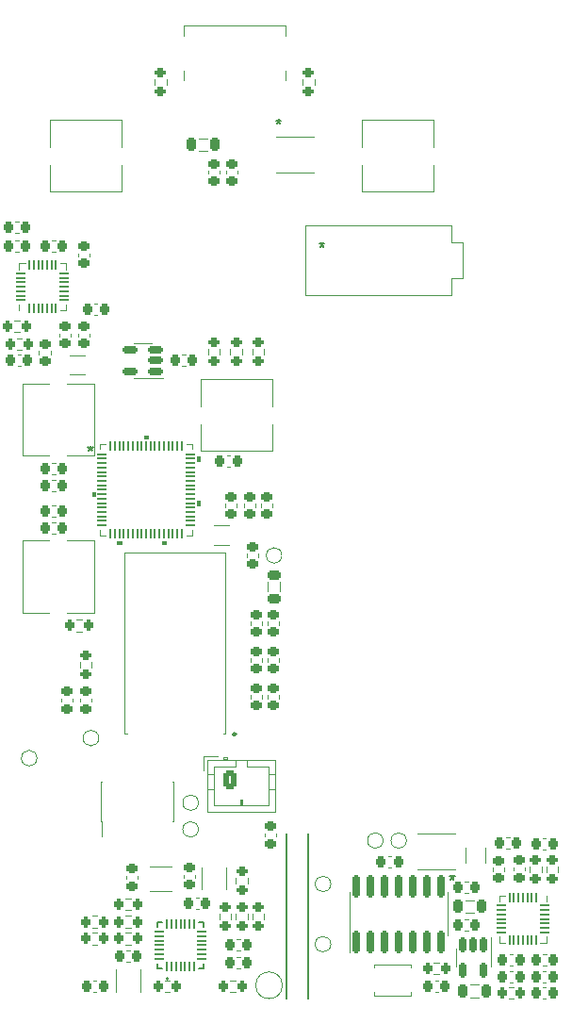
<source format=gbr>
%TF.GenerationSoftware,KiCad,Pcbnew,(6.0.4)*%
%TF.CreationDate,2022-05-12T22:03:53-04:00*%
%TF.ProjectId,Mouse V1,4d6f7573-6520-4563-912e-6b696361645f,V2.0*%
%TF.SameCoordinates,Original*%
%TF.FileFunction,Legend,Top*%
%TF.FilePolarity,Positive*%
%FSLAX46Y46*%
G04 Gerber Fmt 4.6, Leading zero omitted, Abs format (unit mm)*
G04 Created by KiCad (PCBNEW (6.0.4)) date 2022-05-12 22:03:53*
%MOMM*%
%LPD*%
G01*
G04 APERTURE LIST*
G04 Aperture macros list*
%AMRoundRect*
0 Rectangle with rounded corners*
0 $1 Rounding radius*
0 $2 $3 $4 $5 $6 $7 $8 $9 X,Y pos of 4 corners*
0 Add a 4 corners polygon primitive as box body*
4,1,4,$2,$3,$4,$5,$6,$7,$8,$9,$2,$3,0*
0 Add four circle primitives for the rounded corners*
1,1,$1+$1,$2,$3*
1,1,$1+$1,$4,$5*
1,1,$1+$1,$6,$7*
1,1,$1+$1,$8,$9*
0 Add four rect primitives between the rounded corners*
20,1,$1+$1,$2,$3,$4,$5,0*
20,1,$1+$1,$4,$5,$6,$7,0*
20,1,$1+$1,$6,$7,$8,$9,0*
20,1,$1+$1,$8,$9,$2,$3,0*%
G04 Aperture macros list end*
%ADD10C,0.150000*%
%ADD11C,0.120000*%
%ADD12C,0.127000*%
%ADD13C,0.200000*%
%ADD14C,0.100000*%
%ADD15C,0.239605*%
%ADD16RoundRect,0.225000X-0.250000X0.225000X-0.250000X-0.225000X0.250000X-0.225000X0.250000X0.225000X0*%
%ADD17R,0.740000X2.400000*%
%ADD18RoundRect,0.218750X0.218750X0.256250X-0.218750X0.256250X-0.218750X-0.256250X0.218750X-0.256250X0*%
%ADD19RoundRect,0.225000X0.225000X0.250000X-0.225000X0.250000X-0.225000X-0.250000X0.225000X-0.250000X0*%
%ADD20C,1.000000*%
%ADD21RoundRect,0.200000X0.200000X0.275000X-0.200000X0.275000X-0.200000X-0.275000X0.200000X-0.275000X0*%
%ADD22C,1.701800*%
%ADD23RoundRect,0.200000X-0.275000X0.200000X-0.275000X-0.200000X0.275000X-0.200000X0.275000X0.200000X0*%
%ADD24RoundRect,0.200000X-0.200000X-0.275000X0.200000X-0.275000X0.200000X0.275000X-0.200000X0.275000X0*%
%ADD25RoundRect,0.150000X0.512500X0.150000X-0.512500X0.150000X-0.512500X-0.150000X0.512500X-0.150000X0*%
%ADD26R,1.000000X1.800000*%
%ADD27RoundRect,0.218750X0.218750X0.381250X-0.218750X0.381250X-0.218750X-0.381250X0.218750X-0.381250X0*%
%ADD28RoundRect,0.225000X-0.225000X-0.250000X0.225000X-0.250000X0.225000X0.250000X-0.225000X0.250000X0*%
%ADD29RoundRect,0.050000X-0.050000X0.387500X-0.050000X-0.387500X0.050000X-0.387500X0.050000X0.387500X0*%
%ADD30RoundRect,0.050000X-0.387500X0.050000X-0.387500X-0.050000X0.387500X-0.050000X0.387500X0.050000X0*%
%ADD31R,2.600000X2.600000*%
%ADD32O,2.500000X1.500000*%
%ADD33C,1.500000*%
%ADD34RoundRect,0.050000X0.050000X-0.387500X0.050000X0.387500X-0.050000X0.387500X-0.050000X-0.387500X0*%
%ADD35RoundRect,0.050000X0.387500X-0.050000X0.387500X0.050000X-0.387500X0.050000X-0.387500X-0.050000X0*%
%ADD36RoundRect,0.225000X0.250000X-0.225000X0.250000X0.225000X-0.250000X0.225000X-0.250000X-0.225000X0*%
%ADD37RoundRect,0.055000X-0.055000X0.375000X-0.055000X-0.375000X0.055000X-0.375000X0.055000X0.375000X0*%
%ADD38RoundRect,0.055000X0.375000X0.055000X-0.375000X0.055000X-0.375000X-0.055000X0.375000X-0.055000X0*%
%ADD39RoundRect,0.250000X-0.350000X-0.625000X0.350000X-0.625000X0.350000X0.625000X-0.350000X0.625000X0*%
%ADD40O,1.200000X1.750000*%
%ADD41RoundRect,0.200000X0.275000X-0.200000X0.275000X0.200000X-0.275000X0.200000X-0.275000X-0.200000X0*%
%ADD42RoundRect,0.150000X0.150000X-0.825000X0.150000X0.825000X-0.150000X0.825000X-0.150000X-0.825000X0*%
%ADD43RoundRect,0.218750X-0.218750X-0.381250X0.218750X-0.381250X0.218750X0.381250X-0.218750X0.381250X0*%
%ADD44R,1.800000X1.000000*%
%ADD45R,2.000000X0.650000*%
%ADD46C,1.498600*%
%ADD47C,2.000000*%
%ADD48RoundRect,0.150000X-0.150000X0.512500X-0.150000X-0.512500X0.150000X-0.512500X0.150000X0.512500X0*%
%ADD49RoundRect,0.218750X-0.381250X0.218750X-0.381250X-0.218750X0.381250X-0.218750X0.381250X0.218750X0*%
%ADD50R,1.309599X0.558000*%
%ADD51RoundRect,0.218750X-0.218750X-0.256250X0.218750X-0.256250X0.218750X0.256250X-0.218750X0.256250X0*%
%ADD52R,1.000000X2.000000*%
%ADD53O,0.850000X0.600000*%
%ADD54C,0.600000*%
%ADD55R,0.520000X1.000000*%
%ADD56R,0.270000X1.000000*%
%ADD57O,1.300000X2.600000*%
%ADD58O,1.300000X2.300000*%
%ADD59R,0.650000X2.000000*%
%ADD60RoundRect,0.051000X0.352999X-0.051000X0.352999X0.051000X-0.352999X0.051000X-0.352999X-0.051000X0*%
%ADD61RoundRect,0.051000X-0.352999X0.051000X-0.352999X-0.051000X0.352999X-0.051000X0.352999X0.051000X0*%
%ADD62RoundRect,0.051000X-0.051000X-0.352999X0.051000X-0.352999X0.051000X0.352999X-0.051000X0.352999X0*%
%ADD63R,6.248400X6.248400*%
%ADD64C,0.800000*%
%ADD65R,0.900000X1.700000*%
%ADD66R,1.400000X1.400000*%
%ADD67C,1.400000*%
%ADD68C,0.900000*%
%ADD69C,1.100000*%
%ADD70O,3.500000X1.900000*%
G04 APERTURE END LIST*
D10*
X139000000Y-151800000D02*
X139000000Y-137000000D01*
X141000000Y-151800000D02*
X141000000Y-137000000D01*
X142200000Y-83852380D02*
X142200000Y-84090476D01*
X141961904Y-83995238D02*
X142200000Y-84090476D01*
X142438095Y-83995238D01*
X142057142Y-84280952D02*
X142200000Y-84090476D01*
X142342857Y-84280952D01*
X153900000Y-140652380D02*
X153900000Y-140890476D01*
X153661904Y-140795238D02*
X153900000Y-140890476D01*
X154138095Y-140795238D01*
X153757142Y-141080952D02*
X153900000Y-140890476D01*
X154042857Y-141080952D01*
X153900000Y-140652380D02*
X153900000Y-140890476D01*
X153661904Y-140795238D02*
X153900000Y-140890476D01*
X154138095Y-140795238D01*
X153757142Y-141080952D02*
X153900000Y-140890476D01*
X154042857Y-141080952D01*
X138301400Y-72801380D02*
X138301400Y-73039476D01*
X138063304Y-72944238D02*
X138301400Y-73039476D01*
X138539495Y-72944238D01*
X138158542Y-73229952D02*
X138301400Y-73039476D01*
X138444257Y-73229952D01*
X138301400Y-72801380D02*
X138301400Y-73039476D01*
X138063304Y-72944238D02*
X138301400Y-73039476D01*
X138539495Y-72944238D01*
X138158542Y-73229952D02*
X138301400Y-73039476D01*
X138444257Y-73229952D01*
X121413700Y-102152380D02*
X121413700Y-102390476D01*
X121175604Y-102295238D02*
X121413700Y-102390476D01*
X121651795Y-102295238D01*
X121270842Y-102580952D02*
X121413700Y-102390476D01*
X121556557Y-102580952D01*
X121413700Y-102152380D02*
X121413700Y-102390476D01*
X121175604Y-102295238D02*
X121413700Y-102390476D01*
X121651795Y-102295238D01*
X121270842Y-102580952D02*
X121413700Y-102390476D01*
X121556557Y-102580952D01*
D11*
X135490000Y-111859420D02*
X135490000Y-112140580D01*
X136510000Y-111859420D02*
X136510000Y-112140580D01*
X122365000Y-135865000D02*
X122365000Y-132335000D01*
X128770000Y-135865000D02*
X128835000Y-135865000D01*
X122365000Y-135865000D02*
X122430000Y-135865000D01*
X122365000Y-132335000D02*
X122430000Y-132335000D01*
X122430000Y-137190000D02*
X122430000Y-135865000D01*
X128835000Y-135865000D02*
X128835000Y-132335000D01*
X128770000Y-132335000D02*
X128835000Y-132335000D01*
X162362779Y-147790000D02*
X162037221Y-147790000D01*
X162362779Y-148810000D02*
X162037221Y-148810000D01*
X131140580Y-143710000D02*
X130859420Y-143710000D01*
X131140580Y-142690000D02*
X130859420Y-142690000D01*
X122150000Y-128400000D02*
G75*
G03*
X122150000Y-128400000I-700000J0D01*
G01*
X147700000Y-137600000D02*
G75*
G03*
X147700000Y-137600000I-700000J0D01*
G01*
X152737258Y-149622500D02*
X152262742Y-149622500D01*
X152737258Y-148577500D02*
X152262742Y-148577500D01*
X153871300Y-87125600D02*
X154861900Y-87125600D01*
X153871300Y-83874400D02*
X153871300Y-82401200D01*
X154861900Y-87125600D02*
X154861900Y-83874400D01*
X140688700Y-88598800D02*
X153871300Y-88598800D01*
X153871300Y-82401200D02*
X140688700Y-82401200D01*
X140688700Y-82401200D02*
X140688700Y-88598800D01*
X153871300Y-88598800D02*
X153871300Y-87125600D01*
X154861900Y-83874400D02*
X153871300Y-83874400D01*
X159390000Y-140009420D02*
X159390000Y-140290580D01*
X160410000Y-140009420D02*
X160410000Y-140290580D01*
X135977500Y-93462742D02*
X135977500Y-93937258D01*
X137022500Y-93462742D02*
X137022500Y-93937258D01*
X120162742Y-117777500D02*
X120637258Y-117777500D01*
X120162742Y-118822500D02*
X120637258Y-118822500D01*
X118790000Y-124859420D02*
X118790000Y-125140580D01*
X119810000Y-124859420D02*
X119810000Y-125140580D01*
X126100000Y-96060000D02*
X127900000Y-96060000D01*
X126100000Y-92940000D02*
X125300000Y-92940000D01*
X126100000Y-92940000D02*
X126900000Y-92940000D01*
X126100000Y-96060000D02*
X125300000Y-96060000D01*
X125610000Y-140759420D02*
X125610000Y-141040580D01*
X124590000Y-140759420D02*
X124590000Y-141040580D01*
X120875000Y-94025000D02*
X119525000Y-94025000D01*
X120875000Y-95775000D02*
X119525000Y-95775000D01*
X156299622Y-151660000D02*
X155500378Y-151660000D01*
X156299622Y-150540000D02*
X155500378Y-150540000D01*
X133659420Y-102990000D02*
X133940580Y-102990000D01*
X133659420Y-104010000D02*
X133940580Y-104010000D01*
X162358736Y-143080000D02*
X162358736Y-142530000D01*
X162358736Y-146750000D02*
X161808736Y-146750000D01*
X162358736Y-146200000D02*
X162358736Y-146750000D01*
X158138736Y-143080000D02*
X158138736Y-142530000D01*
X158138736Y-146200000D02*
X158138736Y-146750000D01*
X158138736Y-146750000D02*
X158688736Y-146750000D01*
X158138736Y-142530000D02*
X158688736Y-142530000D01*
X114562742Y-90877500D02*
X115037258Y-90877500D01*
X114562742Y-91922500D02*
X115037258Y-91922500D01*
X124562742Y-143822500D02*
X125037258Y-143822500D01*
X124562742Y-142777500D02*
X125037258Y-142777500D01*
X119220000Y-86310000D02*
X119220000Y-85760000D01*
X115000000Y-86310000D02*
X115000000Y-85760000D01*
X119220000Y-85760000D02*
X118670000Y-85760000D01*
X115000000Y-85760000D02*
X115550000Y-85760000D01*
X119220000Y-89430000D02*
X119220000Y-89980000D01*
X115000000Y-89430000D02*
X115000000Y-89980000D01*
X119220000Y-89980000D02*
X118670000Y-89980000D01*
X141522500Y-69262742D02*
X141522500Y-69737258D01*
X140477500Y-69262742D02*
X140477500Y-69737258D01*
X143000000Y-146900000D02*
G75*
G03*
X143000000Y-146900000I-700000J0D01*
G01*
X118590000Y-92340580D02*
X118590000Y-92059420D01*
X119610000Y-92340580D02*
X119610000Y-92059420D01*
X159437258Y-150777500D02*
X158962742Y-150777500D01*
X159437258Y-151822500D02*
X158962742Y-151822500D01*
D12*
X127450000Y-149050000D02*
X127450000Y-148630000D01*
X131550000Y-144950000D02*
X131130000Y-144950000D01*
X127450000Y-149050000D02*
X127870000Y-149050000D01*
X131550000Y-149050000D02*
X131130000Y-149050000D01*
X127450000Y-144950000D02*
X127870000Y-144950000D01*
X127450000Y-144950000D02*
X127450000Y-145370000D01*
X131550000Y-149050000D02*
X131550000Y-148630000D01*
X131550000Y-144950000D02*
X131550000Y-145370000D01*
D13*
X128400000Y-149995000D02*
G75*
G03*
X128400000Y-149995000I-100000J0D01*
G01*
D11*
X134950000Y-134450000D02*
X134950000Y-133950000D01*
X134450000Y-130340000D02*
X134450000Y-130950000D01*
X138010000Y-131650000D02*
X137400000Y-131650000D01*
X138010000Y-132950000D02*
X137400000Y-132950000D01*
X134450000Y-130950000D02*
X132500000Y-130950000D01*
X132500000Y-130950000D02*
X132500000Y-134450000D01*
X132840000Y-130040000D02*
X131590000Y-130040000D01*
X131890000Y-131650000D02*
X132500000Y-131650000D01*
X131890000Y-132950000D02*
X132500000Y-132950000D01*
X132500000Y-134450000D02*
X137400000Y-134450000D01*
X138010000Y-130340000D02*
X131890000Y-130340000D01*
X131590000Y-130040000D02*
X131590000Y-131290000D01*
X137400000Y-134450000D02*
X137400000Y-130950000D01*
X133350000Y-130140000D02*
X133350000Y-130340000D01*
X135450000Y-130950000D02*
X135450000Y-130340000D01*
X131890000Y-135060000D02*
X138010000Y-135060000D01*
X135050000Y-133950000D02*
X135050000Y-134450000D01*
X134850000Y-133950000D02*
X135050000Y-133950000D01*
X131890000Y-130340000D02*
X131890000Y-135060000D01*
X133650000Y-130140000D02*
X133350000Y-130140000D01*
X137400000Y-130950000D02*
X135450000Y-130950000D01*
X133650000Y-130340000D02*
X133650000Y-130140000D01*
X134850000Y-134450000D02*
X134850000Y-133950000D01*
X138010000Y-135060000D02*
X138010000Y-130340000D01*
X133650000Y-130240000D02*
X133350000Y-130240000D01*
X128062742Y-151222500D02*
X128537258Y-151222500D01*
X128062742Y-150177500D02*
X128537258Y-150177500D01*
X159059420Y-148810000D02*
X159340580Y-148810000D01*
X159059420Y-147790000D02*
X159340580Y-147790000D01*
X125037258Y-145877500D02*
X124562742Y-145877500D01*
X125037258Y-146922500D02*
X124562742Y-146922500D01*
X135522500Y-144637258D02*
X135522500Y-144162742D01*
X134477500Y-144637258D02*
X134477500Y-144162742D01*
X137290000Y-118240580D02*
X137290000Y-117959420D01*
X138310000Y-118240580D02*
X138310000Y-117959420D01*
X148159420Y-138990000D02*
X148440580Y-138990000D01*
X148159420Y-140010000D02*
X148440580Y-140010000D01*
X144665000Y-144200000D02*
X144665000Y-142250000D01*
X153535000Y-144200000D02*
X153535000Y-146150000D01*
X144665000Y-144200000D02*
X144665000Y-147650000D01*
X153535000Y-144200000D02*
X153535000Y-142250000D01*
X131100000Y-136600000D02*
G75*
G03*
X131100000Y-136600000I-700000J0D01*
G01*
X155100378Y-144060000D02*
X155899622Y-144060000D01*
X155100378Y-142940000D02*
X155899622Y-142940000D01*
X134840580Y-146490000D02*
X134559420Y-146490000D01*
X134840580Y-147510000D02*
X134559420Y-147510000D01*
X125037258Y-144377500D02*
X124562742Y-144377500D01*
X125037258Y-145422500D02*
X124562742Y-145422500D01*
X156875000Y-139575000D02*
X156875000Y-138225000D01*
X155125000Y-139575000D02*
X155125000Y-138225000D01*
X125900000Y-149200000D02*
X125900000Y-151200000D01*
X123700000Y-149200000D02*
X123700000Y-151200000D01*
X155340580Y-141290000D02*
X155059420Y-141290000D01*
X155340580Y-142310000D02*
X155059420Y-142310000D01*
X152225800Y-79325800D02*
X152225800Y-76902512D01*
X145774200Y-72874200D02*
X145774200Y-75297488D01*
X152225800Y-75297488D02*
X152225800Y-72874200D01*
X145774200Y-76902512D02*
X145774200Y-79325800D01*
X152225800Y-72874200D02*
X145774200Y-72874200D01*
X145774200Y-79325800D02*
X152225800Y-79325800D01*
X137725800Y-98597488D02*
X137725800Y-96174200D01*
X131274200Y-100202512D02*
X131274200Y-102625800D01*
X137725800Y-96174200D02*
X131274200Y-96174200D01*
X137725800Y-102625800D02*
X137725800Y-100202512D01*
X131274200Y-96174200D02*
X131274200Y-98597488D01*
X131274200Y-102625800D02*
X137725800Y-102625800D01*
X137090000Y-137240580D02*
X137090000Y-136959420D01*
X138110000Y-137240580D02*
X138110000Y-136959420D01*
X127177500Y-69262742D02*
X127177500Y-69737258D01*
X128222500Y-69262742D02*
X128222500Y-69737258D01*
X138650000Y-150600000D02*
G75*
G03*
X138650000Y-150600000I-1200000J0D01*
G01*
X136210000Y-107640580D02*
X136210000Y-107359420D01*
X135190000Y-107640580D02*
X135190000Y-107359420D01*
X152359420Y-150190000D02*
X152640580Y-150190000D01*
X152359420Y-151210000D02*
X152640580Y-151210000D01*
X120490000Y-124859420D02*
X120490000Y-125140580D01*
X121510000Y-124859420D02*
X121510000Y-125140580D01*
X157360000Y-148100000D02*
X157360000Y-148900000D01*
X154240000Y-148100000D02*
X154240000Y-148900000D01*
X157360000Y-148100000D02*
X157360000Y-146300000D01*
X154240000Y-148100000D02*
X154240000Y-147300000D01*
X136810000Y-124559420D02*
X136810000Y-124840580D01*
X135790000Y-124559420D02*
X135790000Y-124840580D01*
X117810000Y-93659420D02*
X117810000Y-93940580D01*
X116790000Y-93659420D02*
X116790000Y-93940580D01*
X121725800Y-110674200D02*
X119302512Y-110674200D01*
X115274200Y-110674200D02*
X115274200Y-117125800D01*
X119302512Y-117125800D02*
X121725800Y-117125800D01*
X117697488Y-110674200D02*
X115274200Y-110674200D01*
X115274200Y-117125800D02*
X117697488Y-117125800D01*
X121725800Y-117125800D02*
X121725800Y-110674200D01*
X135790000Y-121540580D02*
X135790000Y-121259420D01*
X136810000Y-121540580D02*
X136810000Y-121259420D01*
X138460000Y-114400378D02*
X138460000Y-115199622D01*
X137340000Y-114400378D02*
X137340000Y-115199622D01*
X150823600Y-140225600D02*
X154176400Y-140225600D01*
X154176400Y-136974400D02*
X150823600Y-136974400D01*
X141476400Y-74374400D02*
X138123600Y-74374400D01*
X138123600Y-77625600D02*
X141476400Y-77625600D01*
X114637221Y-81990000D02*
X114962779Y-81990000D01*
X114637221Y-83010000D02*
X114962779Y-83010000D01*
X162059420Y-151810000D02*
X162340580Y-151810000D01*
X162059420Y-150790000D02*
X162340580Y-150790000D01*
X118240580Y-106210000D02*
X117959420Y-106210000D01*
X118240580Y-105190000D02*
X117959420Y-105190000D01*
X138930000Y-69315000D02*
X138930000Y-68460000D01*
X129770000Y-69315000D02*
X129770000Y-68460000D01*
X129770000Y-65340000D02*
X129770000Y-64390000D01*
X138930000Y-64390000D02*
X129770000Y-64390000D01*
X138930000Y-65340000D02*
X138930000Y-64390000D01*
X143000000Y-141500000D02*
G75*
G03*
X143000000Y-141500000I-700000J0D01*
G01*
X117959420Y-83690000D02*
X118240580Y-83690000D01*
X117959420Y-84710000D02*
X118240580Y-84710000D01*
X131990000Y-77740580D02*
X131990000Y-77459420D01*
X133010000Y-77740580D02*
X133010000Y-77459420D01*
X129659420Y-93990000D02*
X129940580Y-93990000D01*
X129659420Y-95010000D02*
X129940580Y-95010000D01*
X131100378Y-74540000D02*
X131899622Y-74540000D01*
X131100378Y-75660000D02*
X131899622Y-75660000D01*
X162340580Y-150310000D02*
X162059420Y-150310000D01*
X162340580Y-149290000D02*
X162059420Y-149290000D01*
X138310000Y-121540580D02*
X138310000Y-121259420D01*
X137290000Y-121540580D02*
X137290000Y-121259420D01*
X162377500Y-140437258D02*
X162377500Y-139962742D01*
X163422500Y-140437258D02*
X163422500Y-139962742D01*
X117774200Y-76902512D02*
X117774200Y-79325800D01*
X124225800Y-75297488D02*
X124225800Y-72874200D01*
X124225800Y-79325800D02*
X124225800Y-76902512D01*
X124225800Y-72874200D02*
X117774200Y-72874200D01*
X117774200Y-72874200D02*
X117774200Y-75297488D01*
X117774200Y-79325800D02*
X124225800Y-79325800D01*
X159340580Y-149290000D02*
X159059420Y-149290000D01*
X159340580Y-150310000D02*
X159059420Y-150310000D01*
X133977500Y-93462742D02*
X133977500Y-93937258D01*
X135022500Y-93462742D02*
X135022500Y-93937258D01*
X116600000Y-130200000D02*
G75*
G03*
X116600000Y-130200000I-700000J0D01*
G01*
X118240580Y-107490000D02*
X117959420Y-107490000D01*
X118240580Y-108510000D02*
X117959420Y-108510000D01*
X135522500Y-140962742D02*
X135522500Y-141437258D01*
X134477500Y-140962742D02*
X134477500Y-141437258D01*
X137022500Y-144637258D02*
X137022500Y-144162742D01*
X135977500Y-144637258D02*
X135977500Y-144162742D01*
X118240580Y-104710000D02*
X117959420Y-104710000D01*
X118240580Y-103690000D02*
X117959420Y-103690000D01*
X133875000Y-109325000D02*
X132525000Y-109325000D01*
X133875000Y-111075000D02*
X132525000Y-111075000D01*
X128700000Y-139900000D02*
X126700000Y-139900000D01*
X128700000Y-142100000D02*
X126700000Y-142100000D01*
X158610000Y-140340580D02*
X158610000Y-140059420D01*
X157590000Y-140340580D02*
X157590000Y-140059420D01*
X136810000Y-117959420D02*
X136810000Y-118240580D01*
X135790000Y-117959420D02*
X135790000Y-118240580D01*
X122037258Y-144377500D02*
X121562742Y-144377500D01*
X122037258Y-145422500D02*
X121562742Y-145422500D01*
X138600000Y-112000000D02*
G75*
G03*
X138600000Y-112000000I-700000J0D01*
G01*
X137710000Y-107640580D02*
X137710000Y-107359420D01*
X136690000Y-107640580D02*
X136690000Y-107359420D01*
X138310000Y-124559420D02*
X138310000Y-124840580D01*
X137290000Y-124559420D02*
X137290000Y-124840580D01*
X161922500Y-140437258D02*
X161922500Y-139962742D01*
X160877500Y-140437258D02*
X160877500Y-139962742D01*
X130527500Y-102465261D02*
X130527500Y-101972500D01*
X122272500Y-101972500D02*
X122272500Y-102465261D01*
X130527500Y-101972500D02*
X130034739Y-101972500D01*
X122765261Y-101972500D02*
X122272500Y-101972500D01*
X130527500Y-110227500D02*
X130527500Y-109734739D01*
X130034739Y-110227500D02*
X130527500Y-110227500D01*
X122272500Y-109734739D02*
X122272500Y-110227500D01*
X122272500Y-110227500D02*
X122765261Y-110227500D01*
G36*
X124190500Y-110959299D02*
G01*
X123809500Y-110959299D01*
X123809500Y-110705299D01*
X124190500Y-110705299D01*
X124190500Y-110959299D01*
G37*
D14*
X124190500Y-110959299D02*
X123809500Y-110959299D01*
X123809500Y-110705299D01*
X124190500Y-110705299D01*
X124190500Y-110959299D01*
G36*
X131259299Y-103490501D02*
G01*
X131005299Y-103490501D01*
X131005299Y-103109501D01*
X131259299Y-103109501D01*
X131259299Y-103490501D01*
G37*
X131259299Y-103490501D02*
X131005299Y-103490501D01*
X131005299Y-103109501D01*
X131259299Y-103109501D01*
X131259299Y-103490501D01*
G36*
X126590500Y-101494701D02*
G01*
X126209500Y-101494701D01*
X126209500Y-101240701D01*
X126590500Y-101240701D01*
X126590500Y-101494701D01*
G37*
X126590500Y-101494701D02*
X126209500Y-101494701D01*
X126209500Y-101240701D01*
X126590500Y-101240701D01*
X126590500Y-101494701D01*
G36*
X128190499Y-110959299D02*
G01*
X127809499Y-110959299D01*
X127809499Y-110705299D01*
X128190499Y-110705299D01*
X128190499Y-110959299D01*
G37*
X128190499Y-110959299D02*
X127809499Y-110959299D01*
X127809499Y-110705299D01*
X128190499Y-110705299D01*
X128190499Y-110959299D01*
G36*
X121794701Y-106690499D02*
G01*
X121540701Y-106690499D01*
X121540701Y-106309499D01*
X121794701Y-106309499D01*
X121794701Y-106690499D01*
G37*
X121794701Y-106690499D02*
X121540701Y-106690499D01*
X121540701Y-106309499D01*
X121794701Y-106309499D01*
X121794701Y-106690499D01*
G36*
X131259299Y-107490500D02*
G01*
X131005299Y-107490500D01*
X131005299Y-107109500D01*
X131259299Y-107109500D01*
X131259299Y-107490500D01*
G37*
X131259299Y-107490500D02*
X131005299Y-107490500D01*
X131005299Y-107109500D01*
X131259299Y-107109500D01*
X131259299Y-107490500D01*
D11*
X131100000Y-134200000D02*
G75*
G03*
X131100000Y-134200000I-700000J0D01*
G01*
X121759420Y-89390000D02*
X122040580Y-89390000D01*
X121759420Y-90410000D02*
X122040580Y-90410000D01*
X121522500Y-121562742D02*
X121522500Y-122037258D01*
X120477500Y-121562742D02*
X120477500Y-122037258D01*
X115237258Y-92477500D02*
X114762742Y-92477500D01*
X115237258Y-93522500D02*
X114762742Y-93522500D01*
X149800000Y-137600000D02*
G75*
G03*
X149800000Y-137600000I-700000J0D01*
G01*
X115274200Y-103025800D02*
X117697488Y-103025800D01*
X115274200Y-96574200D02*
X115274200Y-103025800D01*
X117697488Y-96574200D02*
X115274200Y-96574200D01*
X121725800Y-96574200D02*
X119302512Y-96574200D01*
X121725800Y-103025800D02*
X121725800Y-96574200D01*
X119302512Y-103025800D02*
X121725800Y-103025800D01*
X114659420Y-84710000D02*
X114940580Y-84710000D01*
X114659420Y-83690000D02*
X114940580Y-83690000D01*
X134559420Y-148090000D02*
X134840580Y-148090000D01*
X134559420Y-149110000D02*
X134840580Y-149110000D01*
X131400000Y-142000000D02*
X131400000Y-140000000D01*
X133600000Y-142000000D02*
X133600000Y-140000000D01*
X150150000Y-149000000D02*
X150150000Y-148700000D01*
X150150000Y-148700000D02*
X146850000Y-148700000D01*
X146850000Y-148700000D02*
X146850000Y-149000000D01*
X150150000Y-151200000D02*
X150150000Y-151500000D01*
X146850000Y-151500000D02*
X146850000Y-151200000D01*
X150150000Y-151500000D02*
X146850000Y-151500000D01*
D14*
X133550000Y-111780000D02*
X133550000Y-127980000D01*
X124450000Y-111780000D02*
X133550000Y-111780000D01*
X124682000Y-127980000D02*
X124450000Y-127980000D01*
X124450000Y-127980000D02*
X124450000Y-111780000D01*
X133550000Y-127980000D02*
X133318000Y-127980000D01*
D15*
X134453802Y-128039000D02*
G75*
G03*
X134453802Y-128039000I-119802J0D01*
G01*
D11*
X124940580Y-148510000D02*
X124659420Y-148510000D01*
X124940580Y-147490000D02*
X124659420Y-147490000D01*
X133490000Y-107640580D02*
X133490000Y-107359420D01*
X134510000Y-107640580D02*
X134510000Y-107359420D01*
X121940580Y-150190000D02*
X121659420Y-150190000D01*
X121940580Y-151210000D02*
X121659420Y-151210000D01*
X120290000Y-92340580D02*
X120290000Y-92059420D01*
X121310000Y-92340580D02*
X121310000Y-92059420D01*
X114859420Y-95010000D02*
X115140580Y-95010000D01*
X114859420Y-93990000D02*
X115140580Y-93990000D01*
X133962742Y-150177500D02*
X134437258Y-150177500D01*
X133962742Y-151222500D02*
X134437258Y-151222500D01*
X131977500Y-93462742D02*
X131977500Y-93937258D01*
X133022500Y-93462742D02*
X133022500Y-93937258D01*
X159040580Y-137290000D02*
X158759420Y-137290000D01*
X159040580Y-138310000D02*
X158759420Y-138310000D01*
X122037258Y-145877500D02*
X121562742Y-145877500D01*
X122037258Y-146922500D02*
X121562742Y-146922500D01*
X118240580Y-108990000D02*
X117959420Y-108990000D01*
X118240580Y-110010000D02*
X117959420Y-110010000D01*
X132977500Y-144162742D02*
X132977500Y-144637258D01*
X134022500Y-144162742D02*
X134022500Y-144637258D01*
X162059420Y-138410000D02*
X162340580Y-138410000D01*
X162059420Y-137390000D02*
X162340580Y-137390000D01*
X129790000Y-140940580D02*
X129790000Y-140659420D01*
X130810000Y-140940580D02*
X130810000Y-140659420D01*
X155340580Y-145710000D02*
X155059420Y-145710000D01*
X155340580Y-144690000D02*
X155059420Y-144690000D01*
X134610000Y-77459420D02*
X134610000Y-77740580D01*
X133590000Y-77459420D02*
X133590000Y-77740580D01*
X121310000Y-85140580D02*
X121310000Y-84859420D01*
X120290000Y-85140580D02*
X120290000Y-84859420D01*
%LPC*%
G36*
X110432040Y-83564864D02*
G01*
X112502900Y-85635984D01*
X112502900Y-90519644D01*
X110432040Y-92590504D01*
X110432040Y-95967684D01*
X106707890Y-95967684D01*
X102399030Y-91658834D01*
X102399030Y-84483584D01*
X106715000Y-80167874D01*
X110432040Y-80167874D01*
X110432040Y-83564864D01*
G37*
G36*
X174851056Y-140851166D02*
G01*
X174851056Y-148026416D01*
X170535086Y-152342126D01*
X166818046Y-152342126D01*
X166818046Y-148945136D01*
X164747186Y-146874016D01*
X164747186Y-141990356D01*
X166818046Y-139919496D01*
X166818046Y-136542316D01*
X170542196Y-136542316D01*
X174851056Y-140851166D01*
G37*
D16*
X136000000Y-111225000D03*
X136000000Y-112775000D03*
D17*
X123060000Y-136050000D03*
X123060000Y-132150000D03*
X124330000Y-136050000D03*
X124330000Y-132150000D03*
X125600000Y-136050000D03*
X125600000Y-132150000D03*
X126870000Y-136050000D03*
X126870000Y-132150000D03*
X128140000Y-136050000D03*
X128140000Y-132150000D03*
D18*
X162987500Y-148300000D03*
X161412500Y-148300000D03*
D19*
X131775000Y-143200000D03*
X130225000Y-143200000D03*
D20*
X121450000Y-128400000D03*
X147000000Y-137600000D03*
D21*
X153325000Y-149100000D03*
X151675000Y-149100000D03*
D22*
X142200000Y-85500000D03*
X147280000Y-85500000D03*
X152360000Y-85500000D03*
D16*
X159900000Y-139375000D03*
X159900000Y-140925000D03*
D23*
X136500000Y-92875000D03*
X136500000Y-94525000D03*
D24*
X119575000Y-118300000D03*
X121225000Y-118300000D03*
D16*
X119300000Y-124225000D03*
X119300000Y-125775000D03*
D25*
X127237500Y-95450000D03*
X127237500Y-94500000D03*
X127237500Y-93550000D03*
X124962500Y-93550000D03*
X124962500Y-95450000D03*
D16*
X125100000Y-140125000D03*
X125100000Y-141675000D03*
D26*
X118950000Y-94900000D03*
X121450000Y-94900000D03*
D27*
X156962500Y-151100000D03*
X154837500Y-151100000D03*
D28*
X133025000Y-103500000D03*
X134575000Y-103500000D03*
D29*
X161448736Y-142702500D03*
X161048736Y-142702500D03*
X160648736Y-142702500D03*
X160248736Y-142702500D03*
X159848736Y-142702500D03*
X159448736Y-142702500D03*
X159048736Y-142702500D03*
D30*
X158311236Y-143440000D03*
X158311236Y-143840000D03*
X158311236Y-144240000D03*
X158311236Y-144640000D03*
X158311236Y-145040000D03*
X158311236Y-145440000D03*
X158311236Y-145840000D03*
D29*
X159048736Y-146577500D03*
X159448736Y-146577500D03*
X159848736Y-146577500D03*
X160248736Y-146577500D03*
X160648736Y-146577500D03*
X161048736Y-146577500D03*
X161448736Y-146577500D03*
D30*
X162186236Y-145840000D03*
X162186236Y-145440000D03*
X162186236Y-145040000D03*
X162186236Y-144640000D03*
X162186236Y-144240000D03*
X162186236Y-143840000D03*
X162186236Y-143440000D03*
D31*
X160248736Y-144640000D03*
D24*
X113975000Y-91400000D03*
X115625000Y-91400000D03*
D32*
X125100000Y-80500000D03*
X125100000Y-90500000D03*
D33*
X126900000Y-88000000D03*
X126900000Y-85500000D03*
X126900000Y-83000000D03*
D24*
X123975000Y-143300000D03*
X125625000Y-143300000D03*
D34*
X115910000Y-89807500D03*
X116310000Y-89807500D03*
X116710000Y-89807500D03*
X117110000Y-89807500D03*
X117510000Y-89807500D03*
X117910000Y-89807500D03*
X118310000Y-89807500D03*
D35*
X119047500Y-89070000D03*
X119047500Y-88670000D03*
X119047500Y-88270000D03*
X119047500Y-87870000D03*
X119047500Y-87470000D03*
X119047500Y-87070000D03*
X119047500Y-86670000D03*
D34*
X118310000Y-85932500D03*
X117910000Y-85932500D03*
X117510000Y-85932500D03*
X117110000Y-85932500D03*
X116710000Y-85932500D03*
X116310000Y-85932500D03*
X115910000Y-85932500D03*
D35*
X115172500Y-86670000D03*
X115172500Y-87070000D03*
X115172500Y-87470000D03*
X115172500Y-87870000D03*
X115172500Y-88270000D03*
X115172500Y-88670000D03*
X115172500Y-89070000D03*
D31*
X117110000Y-87870000D03*
D23*
X141000000Y-68675000D03*
X141000000Y-70325000D03*
D20*
X142300000Y-146900000D03*
D36*
X119100000Y-92975000D03*
X119100000Y-91425000D03*
D21*
X160025000Y-151300000D03*
X158375000Y-151300000D03*
D37*
X128300000Y-148935000D03*
X128700000Y-148935000D03*
X129100000Y-148935000D03*
X129500000Y-148935000D03*
X129900000Y-148935000D03*
X130300000Y-148935000D03*
X130700000Y-148935000D03*
D38*
X131435000Y-148200000D03*
X131435000Y-147800000D03*
X131435000Y-147400000D03*
X131435000Y-147000000D03*
X131435000Y-146600000D03*
X131435000Y-146200000D03*
X131435000Y-145800000D03*
D37*
X130700000Y-145065000D03*
X130300000Y-145065000D03*
X129900000Y-145065000D03*
X129500000Y-145065000D03*
X129100000Y-145065000D03*
X128700000Y-145065000D03*
X128300000Y-145065000D03*
D38*
X127565000Y-145800000D03*
X127565000Y-146200000D03*
X127565000Y-146600000D03*
X127565000Y-147000000D03*
X127565000Y-147400000D03*
X127565000Y-147800000D03*
X127565000Y-148200000D03*
D31*
X129500000Y-147000000D03*
D39*
X133950000Y-132150000D03*
D40*
X135950000Y-132150000D03*
D24*
X127475000Y-150700000D03*
X129125000Y-150700000D03*
D28*
X158425000Y-148300000D03*
X159975000Y-148300000D03*
D21*
X125625000Y-146400000D03*
X123975000Y-146400000D03*
D41*
X135000000Y-145225000D03*
X135000000Y-143575000D03*
D36*
X137800000Y-118875000D03*
X137800000Y-117325000D03*
D28*
X147525000Y-139500000D03*
X149075000Y-139500000D03*
D42*
X145290000Y-146675000D03*
X146560000Y-146675000D03*
X147830000Y-146675000D03*
X149100000Y-146675000D03*
X150370000Y-146675000D03*
X151640000Y-146675000D03*
X152910000Y-146675000D03*
X152910000Y-141725000D03*
X151640000Y-141725000D03*
X150370000Y-141725000D03*
X149100000Y-141725000D03*
X147830000Y-141725000D03*
X146560000Y-141725000D03*
X145290000Y-141725000D03*
D20*
X130400000Y-136600000D03*
D43*
X154437500Y-143500000D03*
X156562500Y-143500000D03*
D19*
X135475000Y-147000000D03*
X133925000Y-147000000D03*
D21*
X125625000Y-144900000D03*
X123975000Y-144900000D03*
D44*
X156000000Y-137650000D03*
X156000000Y-140150000D03*
D45*
X124800000Y-149525000D03*
X124800000Y-150875000D03*
D19*
X155975000Y-141800000D03*
X154425000Y-141800000D03*
D46*
X146500000Y-76100000D03*
X151500000Y-76100000D03*
X132000000Y-99400000D03*
X137000000Y-99400000D03*
D36*
X137600000Y-137875000D03*
X137600000Y-136325000D03*
D23*
X127700000Y-68675000D03*
X127700000Y-70325000D03*
D47*
X137450000Y-150600000D03*
D36*
X135700000Y-108275000D03*
X135700000Y-106725000D03*
D28*
X151725000Y-150700000D03*
X153275000Y-150700000D03*
D16*
X121000000Y-124225000D03*
X121000000Y-125775000D03*
D48*
X156750000Y-146962500D03*
X155800000Y-146962500D03*
X154850000Y-146962500D03*
X154850000Y-149237500D03*
X156750000Y-149237500D03*
D16*
X136300000Y-123925000D03*
X136300000Y-125475000D03*
X117300000Y-93025000D03*
X117300000Y-94575000D03*
D46*
X118500000Y-111400000D03*
X118500000Y-116400000D03*
D36*
X136300000Y-122175000D03*
X136300000Y-120625000D03*
D49*
X137900000Y-113737500D03*
X137900000Y-115862500D03*
D50*
X153744600Y-139550001D03*
X153744600Y-138600000D03*
X153744600Y-137649999D03*
X151255400Y-137649999D03*
X151255400Y-138600000D03*
X151255400Y-139550001D03*
X138555400Y-75049999D03*
X138555400Y-76000000D03*
X138555400Y-76950001D03*
X141044600Y-76950001D03*
X141044600Y-76000000D03*
X141044600Y-75049999D03*
D51*
X114012500Y-82500000D03*
X115587500Y-82500000D03*
D28*
X161425000Y-151300000D03*
X162975000Y-151300000D03*
D19*
X118875000Y-105700000D03*
X117325000Y-105700000D03*
D52*
X135750000Y-66950000D03*
X132950000Y-66950000D03*
D53*
X131350000Y-70050000D03*
D54*
X137350000Y-70050000D03*
D55*
X137450000Y-71150000D03*
X136700000Y-71150000D03*
D56*
X136100000Y-71150000D03*
X134600000Y-71150000D03*
X133600000Y-71150000D03*
X132600000Y-71150000D03*
D55*
X132000000Y-71150000D03*
X131250000Y-71150000D03*
X131250000Y-71150000D03*
X132000000Y-71150000D03*
D56*
X133100000Y-71150000D03*
X134100000Y-71150000D03*
X135100000Y-71150000D03*
X135600000Y-71150000D03*
D55*
X136700000Y-71150000D03*
X137450000Y-71150000D03*
D57*
X130030000Y-66950000D03*
D58*
X130030000Y-70775000D03*
D57*
X138670000Y-66950000D03*
D58*
X138670000Y-70775000D03*
D20*
X142300000Y-141500000D03*
D28*
X117325000Y-84200000D03*
X118875000Y-84200000D03*
D36*
X132500000Y-78375000D03*
X132500000Y-76825000D03*
D28*
X129025000Y-94500000D03*
X130575000Y-94500000D03*
D43*
X130437500Y-75100000D03*
X132562500Y-75100000D03*
D19*
X162975000Y-149800000D03*
X161425000Y-149800000D03*
D36*
X137800000Y-122175000D03*
X137800000Y-120625000D03*
D41*
X162900000Y-141025000D03*
X162900000Y-139375000D03*
D46*
X118500000Y-76100000D03*
X123500000Y-76100000D03*
D19*
X159975000Y-149800000D03*
X158425000Y-149800000D03*
D23*
X134500000Y-92875000D03*
X134500000Y-94525000D03*
D20*
X115900000Y-130200000D03*
D19*
X118875000Y-108000000D03*
X117325000Y-108000000D03*
D23*
X135000000Y-140375000D03*
X135000000Y-142025000D03*
D41*
X136500000Y-145225000D03*
X136500000Y-143575000D03*
D19*
X118875000Y-104200000D03*
X117325000Y-104200000D03*
D26*
X131950000Y-110200000D03*
X134450000Y-110200000D03*
D59*
X128375000Y-141000000D03*
X127025000Y-141000000D03*
D36*
X158100000Y-140975000D03*
X158100000Y-139425000D03*
D16*
X136300000Y-117325000D03*
X136300000Y-118875000D03*
D21*
X122625000Y-144900000D03*
X120975000Y-144900000D03*
D20*
X137900000Y-112000000D03*
D36*
X137200000Y-108275000D03*
X137200000Y-106725000D03*
D16*
X137800000Y-123925000D03*
X137800000Y-125475000D03*
D41*
X161400000Y-141025000D03*
X161400000Y-139375000D03*
D60*
X122452700Y-102900001D03*
X122452700Y-103300001D03*
X122452700Y-103700000D03*
X122452700Y-104099999D03*
X122452700Y-104500001D03*
D61*
X122452700Y-104900000D03*
D60*
X122452700Y-105299999D03*
X122452700Y-105700001D03*
X122452700Y-106100000D03*
D61*
X122452700Y-106499999D03*
D60*
X122452700Y-106900001D03*
X122452700Y-107300000D03*
D61*
X122452700Y-107699999D03*
D60*
X122452700Y-108099999D03*
X122452700Y-108500000D03*
X122452700Y-108899999D03*
X122452700Y-109299999D03*
D62*
X123200001Y-110047300D03*
X123600001Y-110047300D03*
X124000000Y-110047300D03*
X124400001Y-110047300D03*
X124800001Y-110047300D03*
X125200000Y-110047300D03*
X125599999Y-110047300D03*
X126000001Y-110047300D03*
X126400000Y-110047300D03*
X126799999Y-110047300D03*
X127200001Y-110047300D03*
X127600000Y-110047300D03*
X127999999Y-110047300D03*
X128399999Y-110047300D03*
X128800000Y-110047300D03*
X129199999Y-110047300D03*
X129599999Y-110047300D03*
D60*
X130347300Y-109299999D03*
X130347300Y-108899999D03*
X130347300Y-108500000D03*
X130347300Y-108099999D03*
X130347300Y-107699999D03*
X130347300Y-107300000D03*
X130347300Y-106900001D03*
X130347300Y-106499999D03*
X130347300Y-106100000D03*
X130347300Y-105700001D03*
X130347300Y-105299999D03*
X130347300Y-104900000D03*
X130347300Y-104500001D03*
X130347300Y-104100001D03*
X130347300Y-103700000D03*
X130347300Y-103300001D03*
X130347300Y-102900001D03*
D62*
X129599999Y-102152700D03*
X129199999Y-102152700D03*
X128800000Y-102152700D03*
X128399999Y-102152700D03*
X127999999Y-102152700D03*
X127600000Y-102152700D03*
X127200001Y-102152700D03*
X126799999Y-102152700D03*
X126400000Y-102152700D03*
X126000001Y-102152700D03*
X125599999Y-102152700D03*
X125200000Y-102152700D03*
X124800001Y-102152700D03*
X124400001Y-102152700D03*
X124000000Y-102152700D03*
X123600001Y-102152700D03*
X123200001Y-102152700D03*
D63*
X126400000Y-106100000D03*
D20*
X130400000Y-134200000D03*
D28*
X121125000Y-89900000D03*
X122675000Y-89900000D03*
D23*
X121000000Y-120975000D03*
X121000000Y-122625000D03*
D21*
X115825000Y-93000000D03*
X114175000Y-93000000D03*
D20*
X149100000Y-137600000D03*
D46*
X118500000Y-97300000D03*
X118500000Y-102300000D03*
D28*
X114025000Y-84200000D03*
X115575000Y-84200000D03*
X133925000Y-148600000D03*
X135475000Y-148600000D03*
D45*
X132500000Y-141675000D03*
X132500000Y-140325000D03*
D64*
X148500000Y-150100000D03*
D65*
X150200000Y-150100000D03*
X146800000Y-150100000D03*
D66*
X134350000Y-126460000D03*
D67*
X134350000Y-124680000D03*
X134350000Y-122900000D03*
X134350000Y-121120000D03*
X134350000Y-119340000D03*
X134350000Y-117560000D03*
X134350000Y-115780000D03*
X134350000Y-114000000D03*
X123650000Y-113110000D03*
X123650000Y-114890000D03*
X123650000Y-116670000D03*
X123650000Y-118450000D03*
X123650000Y-120230000D03*
X123650000Y-122010000D03*
X123650000Y-123790000D03*
X123650000Y-125570000D03*
D19*
X125575000Y-148000000D03*
X124025000Y-148000000D03*
D36*
X134000000Y-108275000D03*
X134000000Y-106725000D03*
D19*
X122575000Y-150700000D03*
X121025000Y-150700000D03*
D36*
X120800000Y-92975000D03*
X120800000Y-91425000D03*
D28*
X114225000Y-94500000D03*
X115775000Y-94500000D03*
D24*
X133375000Y-150700000D03*
X135025000Y-150700000D03*
D23*
X132500000Y-92875000D03*
X132500000Y-94525000D03*
D19*
X159675000Y-137800000D03*
X158125000Y-137800000D03*
D21*
X122625000Y-146400000D03*
X120975000Y-146400000D03*
D19*
X118875000Y-109500000D03*
X117325000Y-109500000D03*
D23*
X133500000Y-143575000D03*
X133500000Y-145225000D03*
D28*
X161425000Y-137900000D03*
X162975000Y-137900000D03*
D36*
X130300000Y-141575000D03*
X130300000Y-140025000D03*
D19*
X155975000Y-145200000D03*
X154425000Y-145200000D03*
D16*
X134100000Y-76825000D03*
X134100000Y-78375000D03*
D36*
X120800000Y-85775000D03*
X120800000Y-84225000D03*
D68*
X117025000Y-125900000D03*
X117025000Y-122900000D03*
D47*
X129500000Y-97000000D03*
X123000000Y-97000000D03*
X123000000Y-92500000D03*
X129500000Y-92500000D03*
D69*
X144133257Y-146685479D03*
X144133257Y-142085479D03*
D70*
X144133257Y-150085479D03*
X144133257Y-138685479D03*
M02*

</source>
